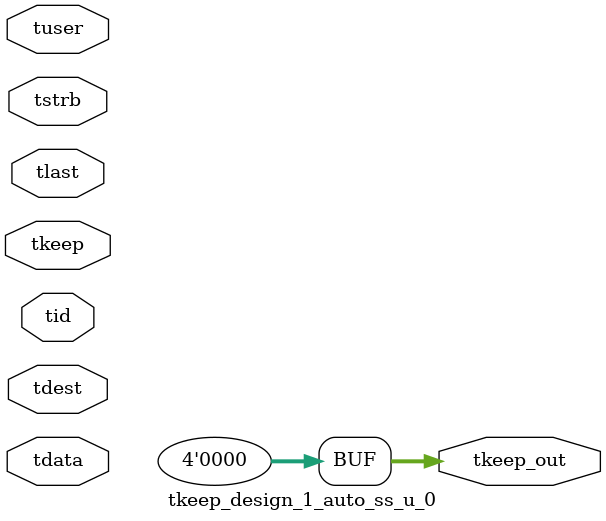
<source format=v>


`timescale 1ps/1ps

module tkeep_design_1_auto_ss_u_0 #
(
parameter C_S_AXIS_TDATA_WIDTH = 32,
parameter C_S_AXIS_TUSER_WIDTH = 0,
parameter C_S_AXIS_TID_WIDTH   = 0,
parameter C_S_AXIS_TDEST_WIDTH = 0,
parameter C_M_AXIS_TDATA_WIDTH = 32
)
(
input  [(C_S_AXIS_TDATA_WIDTH == 0 ? 1 : C_S_AXIS_TDATA_WIDTH)-1:0     ] tdata,
input  [(C_S_AXIS_TUSER_WIDTH == 0 ? 1 : C_S_AXIS_TUSER_WIDTH)-1:0     ] tuser,
input  [(C_S_AXIS_TID_WIDTH   == 0 ? 1 : C_S_AXIS_TID_WIDTH)-1:0       ] tid,
input  [(C_S_AXIS_TDEST_WIDTH == 0 ? 1 : C_S_AXIS_TDEST_WIDTH)-1:0     ] tdest,
input  [(C_S_AXIS_TDATA_WIDTH/8)-1:0 ] tkeep,
input  [(C_S_AXIS_TDATA_WIDTH/8)-1:0 ] tstrb,
input                                                                    tlast,
output [(C_M_AXIS_TDATA_WIDTH/8)-1:0 ] tkeep_out
);

assign tkeep_out = {1'b0};

endmodule


</source>
